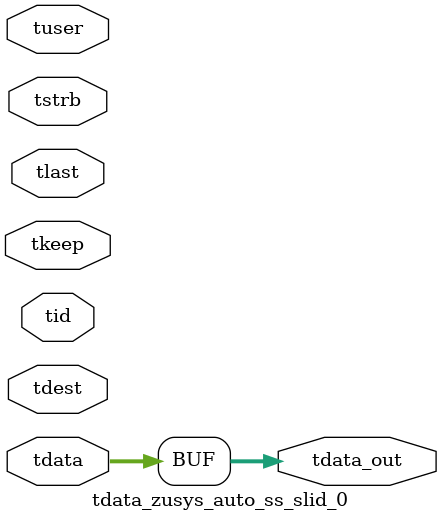
<source format=v>


`timescale 1ps/1ps

module tdata_zusys_auto_ss_slid_0 #
(
parameter C_S_AXIS_TDATA_WIDTH = 32,
parameter C_S_AXIS_TUSER_WIDTH = 0,
parameter C_S_AXIS_TID_WIDTH   = 0,
parameter C_S_AXIS_TDEST_WIDTH = 0,
parameter C_M_AXIS_TDATA_WIDTH = 32
)
(
input  [(C_S_AXIS_TDATA_WIDTH == 0 ? 1 : C_S_AXIS_TDATA_WIDTH)-1:0     ] tdata,
input  [(C_S_AXIS_TUSER_WIDTH == 0 ? 1 : C_S_AXIS_TUSER_WIDTH)-1:0     ] tuser,
input  [(C_S_AXIS_TID_WIDTH   == 0 ? 1 : C_S_AXIS_TID_WIDTH)-1:0       ] tid,
input  [(C_S_AXIS_TDEST_WIDTH == 0 ? 1 : C_S_AXIS_TDEST_WIDTH)-1:0     ] tdest,
input  [(C_S_AXIS_TDATA_WIDTH/8)-1:0 ] tkeep,
input  [(C_S_AXIS_TDATA_WIDTH/8)-1:0 ] tstrb,
input                                                                    tlast,
output [C_M_AXIS_TDATA_WIDTH-1:0] tdata_out
);

assign tdata_out = {tdata[31:0]};

endmodule


</source>
